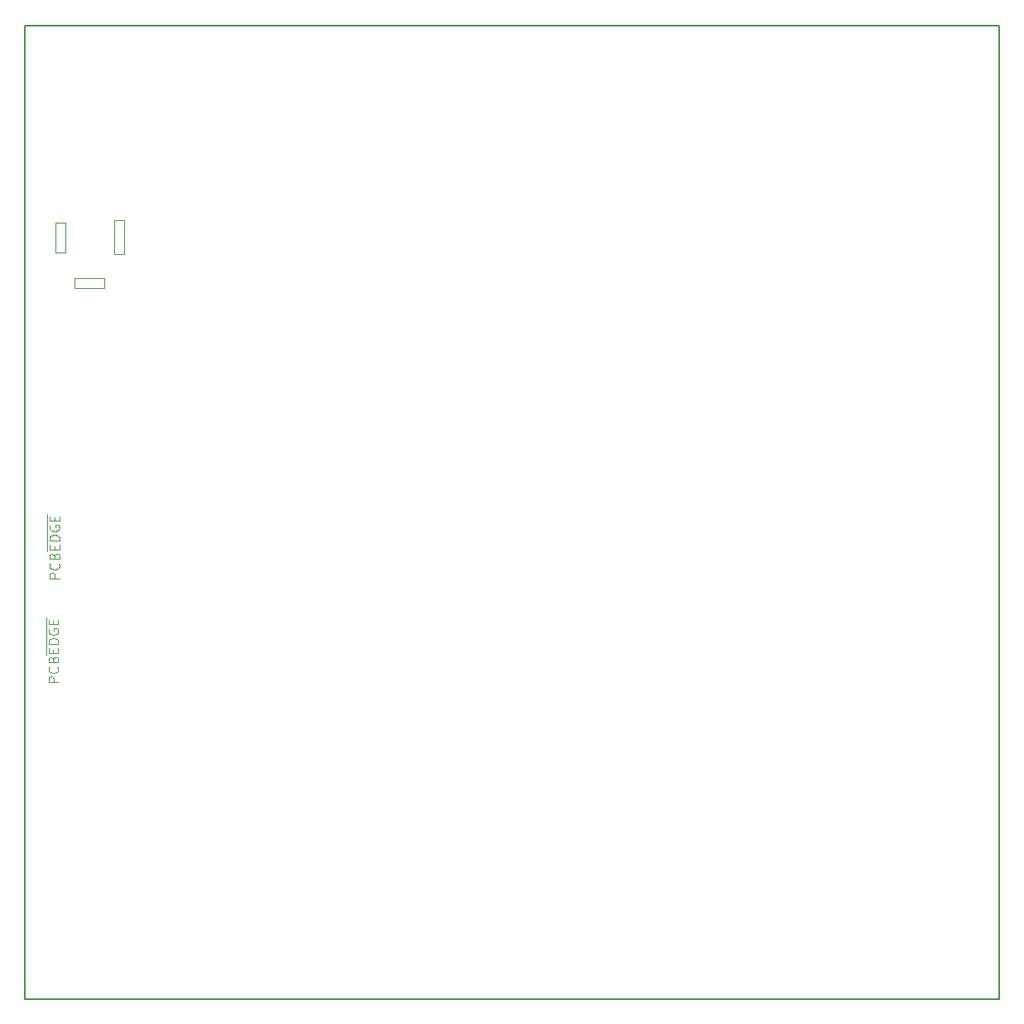
<source format=gm1>
G04 #@! TF.GenerationSoftware,KiCad,Pcbnew,6.0.0-unknown-cbea514~86~ubuntu18.04.1*
G04 #@! TF.CreationDate,2019-06-13T15:59:29-05:00*
G04 #@! TF.ProjectId,power,706f7765-722e-46b6-9963-61645f706362,rev?*
G04 #@! TF.SameCoordinates,Original*
G04 #@! TF.FileFunction,Profile,NP*
%FSLAX46Y46*%
G04 Gerber Fmt 4.6, Leading zero omitted, Abs format (unit mm)*
G04 Created by KiCad (PCBNEW 6.0.0-unknown-cbea514~86~ubuntu18.04.1) date 2019-06-13 15:59:29*
%MOMM*%
%LPD*%
G04 APERTURE LIST*
%ADD10C,0.150000*%
G04 #@! TA.AperFunction,NonConductor*
%ADD11C,0.000100*%
G04 #@! TD*
%ADD12C,0.050000*%
G04 APERTURE END LIST*
D10*
X51272440Y-114810540D02*
X51272440Y-15240000D01*
X150876000Y-114810540D02*
X51272440Y-114810540D01*
X150876000Y-15240000D02*
X150876000Y-114808000D01*
X51272440Y-15240000D02*
X150876000Y-15240000D01*
D11*
G04 #@! TO.C,J2*
X56361200Y-41130600D02*
X59361200Y-41130600D01*
X56361200Y-42130600D02*
X56361200Y-41130600D01*
X59361200Y-42130600D02*
X56361200Y-42130600D01*
X59361200Y-41130600D02*
X59361200Y-42130600D01*
X54361200Y-38430600D02*
X54361200Y-35430600D01*
X55361200Y-38430600D02*
X54361200Y-38430600D01*
X55361200Y-35430600D02*
X55361200Y-38430600D01*
X54361200Y-35430600D02*
X55361200Y-35430600D01*
X60361200Y-38680600D02*
X60361200Y-35180600D01*
X61361200Y-38680600D02*
X60361200Y-38680600D01*
X61361200Y-35180600D02*
X61361200Y-38680600D01*
X60361200Y-35180600D02*
X61361200Y-35180600D01*
G04 #@! TD*
G04 #@! TO.C,J8*
D12*
X54670590Y-82419076D02*
X53670590Y-82419076D01*
X53670590Y-82038124D01*
X53718210Y-81942886D01*
X53765829Y-81895267D01*
X53861067Y-81847648D01*
X54003924Y-81847648D01*
X54099162Y-81895267D01*
X54146781Y-81942886D01*
X54194400Y-82038124D01*
X54194400Y-82419076D01*
X54575352Y-80847648D02*
X54622971Y-80895267D01*
X54670590Y-81038124D01*
X54670590Y-81133362D01*
X54622971Y-81276219D01*
X54527733Y-81371457D01*
X54432495Y-81419076D01*
X54242019Y-81466695D01*
X54099162Y-81466695D01*
X53908686Y-81419076D01*
X53813448Y-81371457D01*
X53718210Y-81276219D01*
X53670590Y-81133362D01*
X53670590Y-81038124D01*
X53718210Y-80895267D01*
X53765829Y-80847648D01*
X54146781Y-80085743D02*
X54194400Y-79942886D01*
X54242019Y-79895267D01*
X54337257Y-79847648D01*
X54480114Y-79847648D01*
X54575352Y-79895267D01*
X54622971Y-79942886D01*
X54670590Y-80038124D01*
X54670590Y-80419076D01*
X53670590Y-80419076D01*
X53670590Y-80085743D01*
X53718210Y-79990505D01*
X53765829Y-79942886D01*
X53861067Y-79895267D01*
X53956305Y-79895267D01*
X54051543Y-79942886D01*
X54099162Y-79990505D01*
X54146781Y-80085743D01*
X54146781Y-80419076D01*
X53433210Y-79657171D02*
X53433210Y-78752410D01*
X54146781Y-79419076D02*
X54146781Y-79085743D01*
X54670590Y-78942886D02*
X54670590Y-79419076D01*
X53670590Y-79419076D01*
X53670590Y-78942886D01*
X53433210Y-78752410D02*
X53433210Y-77752410D01*
X54670590Y-78514314D02*
X53670590Y-78514314D01*
X53670590Y-78276219D01*
X53718210Y-78133362D01*
X53813448Y-78038124D01*
X53908686Y-77990505D01*
X54099162Y-77942886D01*
X54242019Y-77942886D01*
X54432495Y-77990505D01*
X54527733Y-78038124D01*
X54622971Y-78133362D01*
X54670590Y-78276219D01*
X54670590Y-78514314D01*
X53433210Y-77752410D02*
X53433210Y-76752410D01*
X53718210Y-76990505D02*
X53670590Y-77085743D01*
X53670590Y-77228600D01*
X53718210Y-77371457D01*
X53813448Y-77466695D01*
X53908686Y-77514314D01*
X54099162Y-77561933D01*
X54242019Y-77561933D01*
X54432495Y-77514314D01*
X54527733Y-77466695D01*
X54622971Y-77371457D01*
X54670590Y-77228600D01*
X54670590Y-77133362D01*
X54622971Y-76990505D01*
X54575352Y-76942886D01*
X54242019Y-76942886D01*
X54242019Y-77133362D01*
X53433210Y-76752410D02*
X53433210Y-75847648D01*
X54146781Y-76514314D02*
X54146781Y-76180981D01*
X54670590Y-76038124D02*
X54670590Y-76514314D01*
X53670590Y-76514314D01*
X53670590Y-76038124D01*
G04 #@! TO.C,J7*
X54777270Y-71836036D02*
X53777270Y-71836036D01*
X53777270Y-71455084D01*
X53824890Y-71359846D01*
X53872509Y-71312227D01*
X53967747Y-71264608D01*
X54110604Y-71264608D01*
X54205842Y-71312227D01*
X54253461Y-71359846D01*
X54301080Y-71455084D01*
X54301080Y-71836036D01*
X54682032Y-70264608D02*
X54729651Y-70312227D01*
X54777270Y-70455084D01*
X54777270Y-70550322D01*
X54729651Y-70693179D01*
X54634413Y-70788417D01*
X54539175Y-70836036D01*
X54348699Y-70883655D01*
X54205842Y-70883655D01*
X54015366Y-70836036D01*
X53920128Y-70788417D01*
X53824890Y-70693179D01*
X53777270Y-70550322D01*
X53777270Y-70455084D01*
X53824890Y-70312227D01*
X53872509Y-70264608D01*
X54253461Y-69502703D02*
X54301080Y-69359846D01*
X54348699Y-69312227D01*
X54443937Y-69264608D01*
X54586794Y-69264608D01*
X54682032Y-69312227D01*
X54729651Y-69359846D01*
X54777270Y-69455084D01*
X54777270Y-69836036D01*
X53777270Y-69836036D01*
X53777270Y-69502703D01*
X53824890Y-69407465D01*
X53872509Y-69359846D01*
X53967747Y-69312227D01*
X54062985Y-69312227D01*
X54158223Y-69359846D01*
X54205842Y-69407465D01*
X54253461Y-69502703D01*
X54253461Y-69836036D01*
X53539890Y-69074131D02*
X53539890Y-68169370D01*
X54253461Y-68836036D02*
X54253461Y-68502703D01*
X54777270Y-68359846D02*
X54777270Y-68836036D01*
X53777270Y-68836036D01*
X53777270Y-68359846D01*
X53539890Y-68169370D02*
X53539890Y-67169370D01*
X54777270Y-67931274D02*
X53777270Y-67931274D01*
X53777270Y-67693179D01*
X53824890Y-67550322D01*
X53920128Y-67455084D01*
X54015366Y-67407465D01*
X54205842Y-67359846D01*
X54348699Y-67359846D01*
X54539175Y-67407465D01*
X54634413Y-67455084D01*
X54729651Y-67550322D01*
X54777270Y-67693179D01*
X54777270Y-67931274D01*
X53539890Y-67169370D02*
X53539890Y-66169370D01*
X53824890Y-66407465D02*
X53777270Y-66502703D01*
X53777270Y-66645560D01*
X53824890Y-66788417D01*
X53920128Y-66883655D01*
X54015366Y-66931274D01*
X54205842Y-66978893D01*
X54348699Y-66978893D01*
X54539175Y-66931274D01*
X54634413Y-66883655D01*
X54729651Y-66788417D01*
X54777270Y-66645560D01*
X54777270Y-66550322D01*
X54729651Y-66407465D01*
X54682032Y-66359846D01*
X54348699Y-66359846D01*
X54348699Y-66550322D01*
X53539890Y-66169370D02*
X53539890Y-65264608D01*
X54253461Y-65931274D02*
X54253461Y-65597941D01*
X54777270Y-65455084D02*
X54777270Y-65931274D01*
X53777270Y-65931274D01*
X53777270Y-65455084D01*
G04 #@! TD*
M02*

</source>
